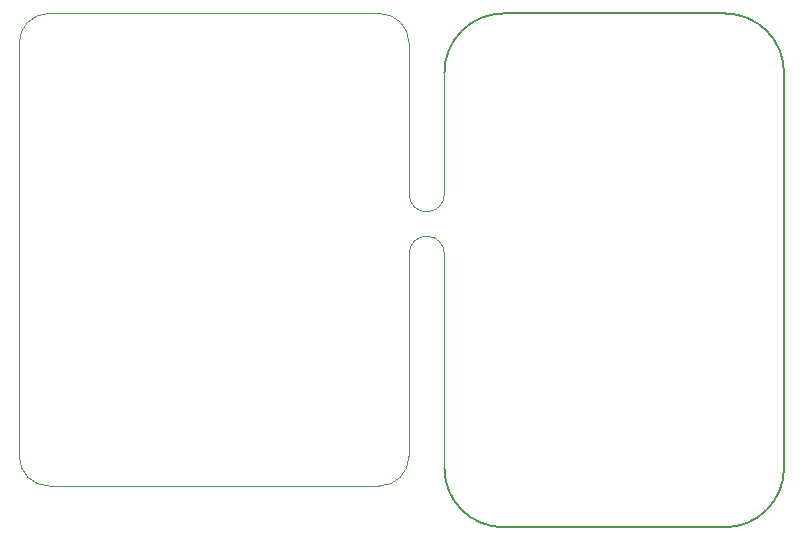
<source format=gm1>
%TF.GenerationSoftware,KiCad,Pcbnew,4.0.2-stable*%
%TF.CreationDate,2016-07-27T18:07:16+02:00*%
%TF.ProjectId,combined,636F6D62696E65642E6B696361645F70,rev?*%
%TF.FileFunction,Profile,NP*%
%FSLAX46Y46*%
G04 Gerber Fmt 4.6, Leading zero omitted, Abs format (unit mm)*
G04 Created by KiCad (PCBNEW 4.0.2-stable) date 27.07.2016 18:07:16*
%MOMM*%
G01*
G04 APERTURE LIST*
%ADD10C,0.100000*%
%ADD11C,0.010000*%
%ADD12C,0.150000*%
G04 APERTURE END LIST*
D10*
D11*
X112250000Y-119300000D02*
X112250000Y-109000000D01*
X109250000Y-106500000D02*
X109250000Y-119300000D01*
X112250000Y-124350000D02*
X112250000Y-142500000D01*
X109250000Y-141500000D02*
X109250000Y-124350000D01*
X110750000Y-122850000D02*
G75*
G03X109250000Y-124350000I0J-1500000D01*
G01*
X112250000Y-124350000D02*
G75*
G03X110750000Y-122850000I-1500000J0D01*
G01*
X110750000Y-120800000D02*
G75*
G03X112250000Y-119300000I0J1500000D01*
G01*
X109250000Y-119300000D02*
G75*
G03X110750000Y-120800000I1500000J0D01*
G01*
D12*
X141000000Y-142500000D02*
X141000000Y-109000000D01*
X117250000Y-147500000D02*
X136000000Y-147500000D01*
X136000000Y-104000000D02*
X117250000Y-104000000D01*
X112250000Y-142500000D02*
G75*
G03X117250000Y-147500000I5000000J0D01*
G01*
X136000000Y-147500000D02*
G75*
G03X141000000Y-142500000I0J5000000D01*
G01*
X141000000Y-109000000D02*
G75*
G03X136000000Y-104000000I-5000000J0D01*
G01*
X117250000Y-104000000D02*
G75*
G03X112250000Y-109000000I0J-5000000D01*
G01*
D11*
X78750000Y-104000000D02*
X106750000Y-104000000D01*
X76250000Y-141500000D02*
X76250000Y-106500000D01*
X106750000Y-144000000D02*
X78750000Y-144000000D01*
X76250000Y-141500000D02*
G75*
G03X78750000Y-144000000I2500000J0D01*
G01*
X106750000Y-144000000D02*
G75*
G03X109250000Y-141500000I0J2500000D01*
G01*
X109250000Y-106500000D02*
G75*
G03X106750000Y-104000000I-2500000J0D01*
G01*
X78750000Y-104000000D02*
G75*
G03X76250000Y-106500000I0J-2500000D01*
G01*
M02*

</source>
